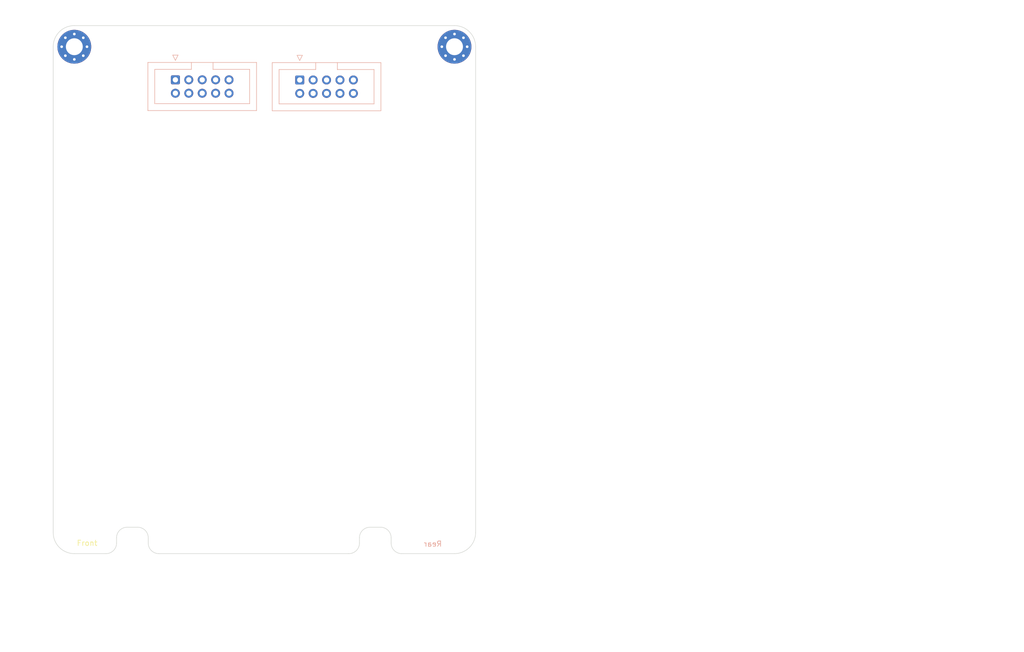
<source format=kicad_pcb>
(kicad_pcb (version 20240108) (generator "pcbnew") (generator_version "8.0")
  (title_block (title "Illumination board - Template") (date "2024-06-23") (rev "${VERSION}") (company "TrendBit s.r.o.") (comment 1 "Designed by: Petr Malanik"))
  (layers (0 "F.Cu" signal) (31 "B.Cu" signal) (34 "B.Paste" user) (35 "F.Paste" user) (36 "B.SilkS" user "B.Silkscreen") (37 "F.SilkS" user "F.Silkscreen") (38 "B.Mask" user) (39 "F.Mask" user) (44 "Edge.Cuts" user))
  (net 0 "")
  (net 19 "+12V")
  (net 20 "/LED_1+")
  (net 21 "/LED_0-")
  (net 22 "/LED_0+")
  (net 23 "/LED_1-")
  (net 24 "/LED_3-")
  (net 25 "/LED_3+")
  (net 26 "/LED_2-")
  (net 27 "/LED_2+")
  (footprint "MountingHole:MountingHole_3.2mm_M3_Pad_Via" (layer "F.Cu") (at 176 49)
    (property "Reference" "H1" (hide yes))
    (property "Value" "M3")
    (pad "1" thru_hole circle (at -2.4 0) (size 0.8 0.8) (drill 0.5) (layers "*.Cu" "*.Mask"))
    (pad "1" thru_hole circle (at -1.697056 -1.697056) (size 0.8 0.8) (drill 0.5) (layers "*.Cu" "*.Mask"))
    (pad "1" thru_hole circle (at -1.697056 1.697056) (size 0.8 0.8) (drill 0.5) (layers "*.Cu" "*.Mask"))
    (pad "1" thru_hole circle (at 0 -2.4) (size 0.8 0.8) (drill 0.5) (layers "*.Cu" "*.Mask"))
    (pad "1" thru_hole circle (at 0 0) (size 6.4 6.4) (drill 3.2) (layers "*.Cu" "*.Mask"))
    (pad "1" thru_hole circle (at 0 2.4) (size 0.8 0.8) (drill 0.5) (layers "*.Cu" "*.Mask"))
    (pad "1" thru_hole circle (at 1.697056 -1.697056) (size 0.8 0.8) (drill 0.5) (layers "*.Cu" "*.Mask"))
    (pad "1" thru_hole circle (at 1.697056 1.697056) (size 0.8 0.8) (drill 0.5) (layers "*.Cu" "*.Mask"))
    (pad "1" thru_hole circle (at 2.4 0) (size 0.8 0.8) (drill 0.5) (layers "*.Cu" "*.Mask"))
  )
  (footprint "MountingHole:MountingHole_3.2mm_M3_Pad_Via" (layer "F.Cu") (at 104 49)
    (property "Reference" "H2" (hide yes))
    (property "Value" "M3")
    (pad "1" thru_hole circle (at -2.4 0) (size 0.8 0.8) (drill 0.5) (layers "*.Cu" "*.Mask"))
    (pad "1" thru_hole circle (at -1.697056 -1.697056) (size 0.8 0.8) (drill 0.5) (layers "*.Cu" "*.Mask"))
    (pad "1" thru_hole circle (at -1.697056 1.697056) (size 0.8 0.8) (drill 0.5) (layers "*.Cu" "*.Mask"))
    (pad "1" thru_hole circle (at 0 -2.4) (size 0.8 0.8) (drill 0.5) (layers "*.Cu" "*.Mask"))
    (pad "1" thru_hole circle (at 0 0) (size 6.4 6.4) (drill 3.2) (layers "*.Cu" "*.Mask"))
    (pad "1" thru_hole circle (at 0 2.4) (size 0.8 0.8) (drill 0.5) (layers "*.Cu" "*.Mask"))
    (pad "1" thru_hole circle (at 1.697056 -1.697056) (size 0.8 0.8) (drill 0.5) (layers "*.Cu" "*.Mask"))
    (pad "1" thru_hole circle (at 1.697056 1.697056) (size 0.8 0.8) (drill 0.5) (layers "*.Cu" "*.Mask"))
    (pad "1" thru_hole circle (at 2.4 0) (size 0.8 0.8) (drill 0.5) (layers "*.Cu" "*.Mask"))
  )
  (footprint "Connector_IDC:IDC-Header_2x05_P2.54mm_Vertical" (layer "B.Cu") (at 146.69 55.3 -90)
    (property "Reference" "J1" (hide yes))
    (property "Value" "MB-3,4")
    (fp_line (start -3.29 5.21) (end 5.83 5.21) (stroke (width 0.12)) (layer "B.SilkS"))
    (fp_line (start 5.83 5.21) (end 5.83 -15.37) (stroke (width 0.12)) (layer "B.SilkS"))
    (fp_line (start -1.98 3.91) (end 4.52 3.91) (stroke (width 0.12)) (layer "B.SilkS"))
    (fp_line (start 4.52 3.91) (end 4.52 -14.07) (stroke (width 0.12)) (layer "B.SilkS"))
    (fp_line (start -4.68 0.5) (end -4.68 -0.5) (stroke (width 0.12)) (layer "B.SilkS"))
    (fp_line (start -3.68 0) (end -4.68 0.5) (stroke (width 0.12)) (layer "B.SilkS"))
    (fp_line (start -4.68 -0.5) (end -3.68 0) (stroke (width 0.12)) (layer "B.SilkS"))
    (fp_line (start -3.29 -3.03) (end -1.98 -3.03) (stroke (width 0.12)) (layer "B.SilkS"))
    (fp_line (start -1.98 -3.03) (end -1.98 3.91) (stroke (width 0.12)) (layer "B.SilkS"))
    (fp_line (start -1.98 -7.13) (end -3.29 -7.13) (stroke (width 0.12)) (layer "B.SilkS"))
    (fp_line (start -1.98 -7.13) (end -1.98 -7.13) (stroke (width 0.12)) (layer "B.SilkS"))
    (fp_line (start -1.98 -14.07) (end -1.98 -7.13) (stroke (width 0.12)) (layer "B.SilkS"))
    (fp_line (start 4.52 -14.07) (end -1.98 -14.07) (stroke (width 0.12)) (layer "B.SilkS"))
    (fp_line (start -3.29 -15.37) (end -3.29 5.21) (stroke (width 0.12)) (layer "B.SilkS"))
    (fp_line (start 5.83 -15.37) (end -3.29 -15.37) (stroke (width 0.12)) (layer "B.SilkS"))
    (pad "1" thru_hole roundrect (at 0 0 270) (size 1.7 1.7) (drill 1) (layers "*.Cu" "*.Mask") (roundrect_rratio 0.147059) (net 19 "+12V"))
    (pad "2" thru_hole circle (at 2.54 0 270) (size 1.7 1.7) (drill 1) (layers "*.Cu" "*.Mask") (net 21 "/LED_0-"))
    (pad "3" thru_hole circle (at 0 -2.54 270) (size 1.7 1.7) (drill 1) (layers "*.Cu" "*.Mask") (net 19 "+12V"))
    (pad "4" thru_hole circle (at 2.54 -2.54 270) (size 1.7 1.7) (drill 1) (layers "*.Cu" "*.Mask") (net 21 "/LED_0-"))
    (pad "5" thru_hole circle (at 0 -5.08 270) (size 1.7 1.7) (drill 1) (layers "*.Cu" "*.Mask") (net 19 "+12V"))
    (pad "6" thru_hole circle (at 2.54 -5.08 270) (size 1.7 1.7) (drill 1) (layers "*.Cu" "*.Mask") (net 23 "/LED_1-"))
    (pad "7" thru_hole circle (at 0 -7.62 270) (size 1.7 1.7) (drill 1) (layers "*.Cu" "*.Mask") (net 19 "+12V"))
    (pad "8" thru_hole circle (at 2.54 -7.62 270) (size 1.7 1.7) (drill 1) (layers "*.Cu" "*.Mask") (net 23 "/LED_1-"))
    (pad "9" thru_hole circle (at 0 -10.16 270) (size 1.7 1.7) (drill 1) (layers "*.Cu" "*.Mask") (net 22 "/LED_0+"))
    (pad "10" thru_hole circle (at 2.54 -10.16 270) (size 1.7 1.7) (drill 1) (layers "*.Cu" "*.Mask") (net 20 "/LED_1+"))
  )
  (footprint "Connector_IDC:IDC-Header_2x05_P2.54mm_Vertical" (layer "B.Cu") (at 123.14 55.2675 -90)
    (property "Reference" "J2" (hide yes))
    (property "Value" "MB-3,4")
    (fp_line (start -3.29 5.21) (end 5.83 5.21) (stroke (width 0.12)) (layer "B.SilkS"))
    (fp_line (start 5.83 5.21) (end 5.83 -15.37) (stroke (width 0.12)) (layer "B.SilkS"))
    (fp_line (start -1.98 3.91) (end 4.52 3.91) (stroke (width 0.12)) (layer "B.SilkS"))
    (fp_line (start 4.52 3.91) (end 4.52 -14.07) (stroke (width 0.12)) (layer "B.SilkS"))
    (fp_line (start -4.68 0.5) (end -4.68 -0.5) (stroke (width 0.12)) (layer "B.SilkS"))
    (fp_line (start -3.68 0) (end -4.68 0.5) (stroke (width 0.12)) (layer "B.SilkS"))
    (fp_line (start -4.68 -0.5) (end -3.68 0) (stroke (width 0.12)) (layer "B.SilkS"))
    (fp_line (start -3.29 -3.03) (end -1.98 -3.03) (stroke (width 0.12)) (layer "B.SilkS"))
    (fp_line (start -1.98 -3.03) (end -1.98 3.91) (stroke (width 0.12)) (layer "B.SilkS"))
    (fp_line (start -1.98 -7.13) (end -3.29 -7.13) (stroke (width 0.12)) (layer "B.SilkS"))
    (fp_line (start -1.98 -7.13) (end -1.98 -7.13) (stroke (width 0.12)) (layer "B.SilkS"))
    (fp_line (start -1.98 -14.07) (end -1.98 -7.13) (stroke (width 0.12)) (layer "B.SilkS"))
    (fp_line (start 4.52 -14.07) (end -1.98 -14.07) (stroke (width 0.12)) (layer "B.SilkS"))
    (fp_line (start -3.29 -15.37) (end -3.29 5.21) (stroke (width 0.12)) (layer "B.SilkS"))
    (fp_line (start 5.83 -15.37) (end -3.29 -15.37) (stroke (width 0.12)) (layer "B.SilkS"))
    (pad "1" thru_hole roundrect (at 0 0 270) (size 1.7 1.7) (drill 1) (layers "*.Cu" "*.Mask") (roundrect_rratio 0.147059) (net 19 "+12V"))
    (pad "2" thru_hole circle (at 2.54 0 270) (size 1.7 1.7) (drill 1) (layers "*.Cu" "*.Mask") (net 26 "/LED_2-"))
    (pad "3" thru_hole circle (at 0 -2.54 270) (size 1.7 1.7) (drill 1) (layers "*.Cu" "*.Mask") (net 19 "+12V"))
    (pad "4" thru_hole circle (at 2.54 -2.54 270) (size 1.7 1.7) (drill 1) (layers "*.Cu" "*.Mask") (net 26 "/LED_2-"))
    (pad "5" thru_hole circle (at 0 -5.08 270) (size 1.7 1.7) (drill 1) (layers "*.Cu" "*.Mask") (net 19 "+12V"))
    (pad "6" thru_hole circle (at 2.54 -5.08 270) (size 1.7 1.7) (drill 1) (layers "*.Cu" "*.Mask") (net 24 "/LED_3-"))
    (pad "7" thru_hole circle (at 0 -7.62 270) (size 1.7 1.7) (drill 1) (layers "*.Cu" "*.Mask") (net 19 "+12V"))
    (pad "8" thru_hole circle (at 2.54 -7.62 270) (size 1.7 1.7) (drill 1) (layers "*.Cu" "*.Mask") (net 24 "/LED_3-"))
    (pad "9" thru_hole circle (at 0 -10.16 270) (size 1.7 1.7) (drill 1) (layers "*.Cu" "*.Mask") (net 27 "/LED_2+"))
    (pad "10" thru_hole circle (at 2.54 -10.16 270) (size 1.7 1.7) (drill 1) (layers "*.Cu" "*.Mask") (net 25 "/LED_3+"))
  )
  (gr_arc (start 120 145) (mid 118.585786 144.414214) (end 118 143) (stroke (width 0.1)) (layer "Edge.Cuts"))
  (gr_arc (start 176 45) (mid 178.828427 46.171573) (end 180 49) (stroke (width 0.1)) (layer "Edge.Cuts"))
  (gr_line (start 180 49) (end 180 141) (stroke (width 0.1)) (layer "Edge.Cuts"))
  (gr_arc (start 166 145) (mid 164.585786 144.414214) (end 164 143) (stroke (width 0.1)) (layer "Edge.Cuts"))
  (gr_line (start 104 145) (end 110 145) (stroke (width 0.1)) (layer "Edge.Cuts"))
  (gr_arc (start 112 142) (mid 112.585786 140.585786) (end 114 140) (stroke (width 0.1)) (layer "Edge.Cuts"))
  (gr_line (start 164 142) (end 164 143) (stroke (width 0.1)) (layer "Edge.Cuts"))
  (gr_arc (start 158 143) (mid 157.414214 144.414214) (end 156 145) (stroke (width 0.1)) (layer "Edge.Cuts"))
  (gr_line (start 156 145) (end 120 145) (stroke (width 0.1)) (layer "Edge.Cuts"))
  (gr_arc (start 158 142) (mid 158.585786 140.585786) (end 160 140) (stroke (width 0.1)) (layer "Edge.Cuts"))
  (gr_line (start 112 142) (end 112 143) (stroke (width 0.1)) (layer "Edge.Cuts"))
  (gr_line (start 100 141) (end 100 49) (stroke (width 0.1)) (layer "Edge.Cuts"))
  (gr_line (start 104 45) (end 176 45) (stroke (width 0.1)) (layer "Edge.Cuts"))
  (gr_arc (start 180 141) (mid 178.828427 143.828427) (end 176 145) (stroke (width 0.1)) (layer "Edge.Cuts"))
  (gr_arc (start 112 143) (mid 111.414214 144.414214) (end 110 145) (stroke (width 0.1)) (layer "Edge.Cuts"))
  (gr_arc (start 116 140) (mid 117.414214 140.585786) (end 118 142) (stroke (width 0.1)) (layer "Edge.Cuts"))
  (gr_line (start 114 140) (end 116 140) (stroke (width 0.1)) (layer "Edge.Cuts"))
  (gr_line (start 176 145) (end 166 145) (stroke (width 0.1)) (layer "Edge.Cuts"))
  (gr_arc (start 100 49) (mid 101.171573 46.171573) (end 104 45) (stroke (width 0.1)) (layer "Edge.Cuts"))
  (gr_line (start 158 142) (end 158 143) (stroke (width 0.1)) (layer "Edge.Cuts"))
  (gr_arc (start 104 145) (mid 101.171573 143.828427) (end 100 141) (stroke (width 0.1)) (layer "Edge.Cuts"))
  (gr_arc (start 162 140) (mid 163.414214 140.585786) (end 164 142) (stroke (width 0.1)) (layer "Edge.Cuts"))
  (gr_line (start 118 142) (end 118 143) (stroke (width 0.1)) (layer "Edge.Cuts"))
  (gr_line (start 160 140) (end 162 140) (stroke (width 0.1)) (layer "Edge.Cuts"))
  (gr_text "Rear" (at 171.9072 143.1544 0) (layer "B.SilkS") (effects (font (size 1 1)) (justify mirror)))
  (gr_text "Front" (at 106.426 143.002 0) (layer "F.SilkS") (effects (font (size 1 1))))
)
</source>
